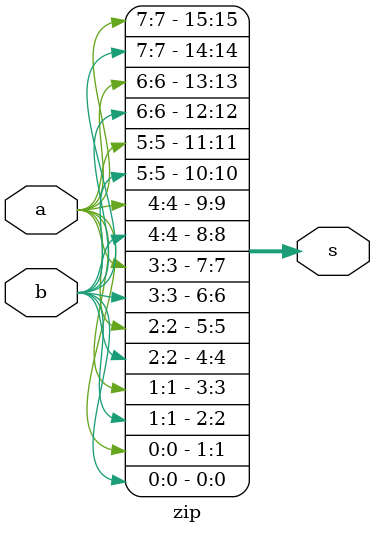
<source format=v>
/*
 * Zip (Interleave) Module
 *
 * Copyright (c) 2021 Alexei A. Smekalkine <ikle@ikle.ru>
 *
 * SPDX-License-Identifier: BSD-2-Clause
 */

`ifndef LOGIC_ZIP_V
`define LOGIC_ZIP_V  1

module zip #(
	parameter W = 8
)(
	input [W-1:0] a, input [W-1:0] b, output [2*W-1:0] s
);
	genvar i;

	for (i = 0; i < W; i = i + 1)
		assign s[i*2+1:i*2] = {a[i], b[i]};
endmodule

`endif  /* LOGIC_ZIP_V */

</source>
